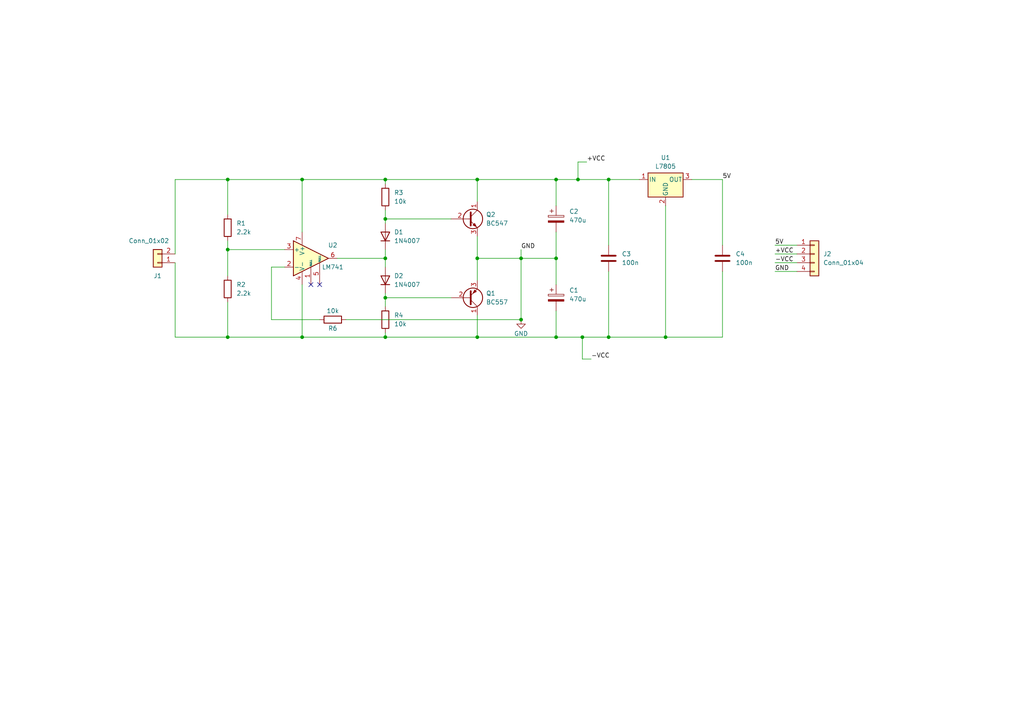
<source format=kicad_sch>
(kicad_sch (version 20231120) (generator "eeschema") (generator_version "8.0")
  (paper "A4")
  (lib_symbols
    (symbol "Amplifier_Operational:LM741" (pin_names (offset 0.127))
      (property "Reference" "U" (at 0 6.35 0))
      (property "Value" "LM741" (at 0 3.81 0))
      (symbol "LM741_0_1"
        (polyline (pts (xy -5.08 5.08) (xy 5.08 0) (xy -5.08 -5.08) (xy -5.08 5.08)) (stroke (width 0.254)) (fill (type background)))
      )
      (symbol "LM741_1_1"
        (pin input line (at 0 -7.62 90) (length 5.08) (name "NULL") (number "1"))
        (pin input line (at -7.62 -2.54 0) (length 2.54) (name "-") (number "2"))
        (pin input line (at -7.62 2.54 0) (length 2.54) (name "+") (number "3"))
        (pin power_in line (at -2.54 -7.62 90) (length 3.81) (name "V-") (number "4"))
        (pin input line (at 2.54 -7.62 90) (length 6.35) (name "NULL") (number "5"))
        (pin output line (at 7.62 0 180) (length 2.54) (name "~") (number "6"))
        (pin power_in line (at -2.54 7.62 270) (length 3.81) (name "V+") (number "7"))
        (pin no_connect line (at 0 2.54 270) (length 2.54) hide (name "NC") (number "8"))
      )
    )
    (symbol "Connector_Generic:Conn_01x02" (pin_names (offset 1.016) hide)
      (property "Reference" "J" (at 0 2.54 0))
      (property "Value" "Conn_01x02" (at 0 -5.08 0))
      (symbol "Conn_01x02_1_1"
        (rectangle (start -1.27 -2.413) (end 0 -2.667) (stroke (width 0.1524)))
        (rectangle (start -1.27 0.127) (end 0 -0.127) (stroke (width 0.1524)))
        (rectangle (start -1.27 1.27) (end 1.27 -3.81) (stroke (width 0.254)) (fill (type background)))
        (pin passive line (at -5.08 0 0) (length 3.81) (name "Pin_1") (number "1"))
        (pin passive line (at -5.08 -2.54 0) (length 3.81) (name "Pin_2") (number "2"))
      )
    )
    (symbol "Connector_Generic:Conn_01x04" (pin_names (offset 1.016) hide)
      (property "Reference" "J" (at 0 5.08 0))
      (property "Value" "Conn_01x04" (at 0 -7.62 0))
      (symbol "Conn_01x04_1_1"
        (rectangle (start -1.27 -4.953) (end 0 -5.207) (stroke (width 0.1524)))
        (rectangle (start -1.27 -2.413) (end 0 -2.667) (stroke (width 0.1524)))
        (rectangle (start -1.27 0.127) (end 0 -0.127) (stroke (width 0.1524)))
        (rectangle (start -1.27 2.667) (end 0 2.413) (stroke (width 0.1524)))
        (rectangle (start -1.27 3.81) (end 1.27 -6.35) (stroke (width 0.254)) (fill (type background)))
        (pin passive line (at -5.08 2.54 0) (length 3.81) (name "Pin_1") (number "1"))
        (pin passive line (at -5.08 0 0) (length 3.81) (name "Pin_2") (number "2"))
        (pin passive line (at -5.08 -2.54 0) (length 3.81) (name "Pin_3") (number "3"))
        (pin passive line (at -5.08 -5.08 0) (length 3.81) (name "Pin_4") (number "4"))
      )
    )
    (symbol "Device:C" (pin_numbers hide) (pin_names (offset 0.254))
      (property "Reference" "C" (at 0.635 2.54 0))
      (property "Value" "C" (at 0.635 -2.54 0))
      (symbol "C_0_1"
        (polyline (pts (xy -2.032 -0.762) (xy 2.032 -0.762)) (stroke (width 0.508)))
        (polyline (pts (xy -2.032 0.762) (xy 2.032 0.762)) (stroke (width 0.508)))
      )
      (symbol "C_1_1"
        (pin passive line (at 0 3.81 270) (length 2.794) (name "~") (number "1"))
        (pin passive line (at 0 -3.81 90) (length 2.794) (name "~") (number "2"))
      )
    )
    (symbol "Device:C_Polarized" (pin_numbers hide) (pin_names (offset 0.254))
      (property "Reference" "C" (at 0.635 2.54 0))
      (property "Value" "C_Polarized" (at 0.635 -2.54 0))
      (symbol "C_Polarized_0_1"
        (rectangle (start -2.286 0.508) (end 2.286 1.016))
        (polyline (pts (xy -1.778 2.286) (xy -0.762 2.286)))
        (polyline (pts (xy -1.27 2.794) (xy -1.27 1.778)))
        (rectangle (start 2.286 -0.508) (end -2.286 -1.016) (fill (type outline)))
      )
      (symbol "C_Polarized_1_1"
        (pin passive line (at 0 3.81 270) (length 2.794) (name "~") (number "1"))
        (pin passive line (at 0 -3.81 90) (length 2.794) (name "~") (number "2"))
      )
    )
    (symbol "Device:R" (pin_numbers hide) (pin_names (offset 0))
      (property "Reference" "R" (at 2.032 0 90))
      (property "Value" "R" (at 0 0 90))
      (symbol "R_0_1"
        (rectangle (start -1.016 -2.54) (end 1.016 2.54) (stroke (width 0.254)))
      )
      (symbol "R_1_1"
        (pin passive line (at 0 3.81 270) (length 1.27) (name "~") (number "1"))
        (pin passive line (at 0 -3.81 90) (length 1.27) (name "~") (number "2"))
      )
    )
    (symbol "Diode:1N4007" (pin_numbers hide) (pin_names hide)
      (property "Reference" "D" (at 0 2.54 0))
      (property "Value" "1N4007" (at 0 -2.54 0))
      (symbol "1N4007_0_1"
        (polyline (pts (xy -1.27 1.27) (xy -1.27 -1.27)) (stroke (width 0.254)))
        (polyline (pts (xy 1.27 0) (xy -1.27 0)))
        (polyline (pts (xy 1.27 1.27) (xy 1.27 -1.27) (xy -1.27 0) (xy 1.27 1.27)) (stroke (width 0.254)))
      )
      (symbol "1N4007_1_1"
        (pin passive line (at -3.81 0 0) (length 2.54) (name "K") (number "1"))
        (pin passive line (at 3.81 0 180) (length 2.54) (name "A") (number "2"))
      )
    )
    (symbol "Regulator_Linear:L7805" (pin_names (offset 0.254))
      (property "Reference" "U" (at -3.81 3.175 0))
      (property "Value" "L7805" (at 0 3.175 0))
      (symbol "L7805_0_1"
        (rectangle (start -5.08 1.905) (end 5.08 -5.08) (stroke (width 0.254)) (fill (type background)))
      )
      (symbol "L7805_1_1"
        (pin power_in line (at -7.62 0 0) (length 2.54) (name "IN") (number "1"))
        (pin power_in line (at 0 -7.62 90) (length 2.54) (name "GND") (number "2"))
        (pin power_out line (at 7.62 0 180) (length 2.54) (name "OUT") (number "3"))
      )
    )
    (symbol "Transistor_BJT:BC547" (pin_names (offset 0) hide)
      (property "Reference" "Q" (at 5.08 1.905 0))
      (property "Value" "BC547" (at 5.08 0 0))
      (symbol "BC547_0_1"
        (polyline (pts (xy 0 0) (xy 0.635 0)))
        (polyline (pts (xy 0.635 0.635) (xy 2.54 2.54)))
        (polyline (pts (xy 0.635 -0.635) (xy 2.54 -2.54) (xy 2.54 -2.54)))
        (polyline (pts (xy 0.635 1.905) (xy 0.635 -1.905) (xy 0.635 -1.905)) (stroke (width 0.508)))
        (polyline (pts (xy 1.27 -1.778) (xy 1.778 -1.27) (xy 2.286 -2.286) (xy 1.27 -1.778) (xy 1.27 -1.778)) (fill (type outline)))
        (circle (center 1.27 0) (radius 2.8194) (stroke (width 0.254)))
      )
      (symbol "BC547_1_1"
        (pin passive line (at 2.54 5.08 270) (length 2.54) (name "C") (number "1"))
        (pin input line (at -5.08 0 0) (length 5.08) (name "B") (number "2"))
        (pin passive line (at 2.54 -5.08 90) (length 2.54) (name "E") (number "3"))
      )
    )
    (symbol "Transistor_BJT:BC557" (pin_names (offset 0) hide)
      (property "Reference" "Q" (at 5.08 1.905 0))
      (property "Value" "BC557" (at 5.08 0 0))
      (symbol "BC557_0_1"
        (polyline (pts (xy 0.635 0.635) (xy 2.54 2.54)))
        (polyline (pts (xy 0.635 -0.635) (xy 2.54 -2.54) (xy 2.54 -2.54)))
        (polyline (pts (xy 0.635 1.905) (xy 0.635 -1.905) (xy 0.635 -1.905)) (stroke (width 0.508)))
        (polyline (pts (xy 2.286 -1.778) (xy 1.778 -2.286) (xy 1.27 -1.27) (xy 2.286 -1.778) (xy 2.286 -1.778)) (fill (type outline)))
        (circle (center 1.27 0) (radius 2.8194) (stroke (width 0.254)))
      )
      (symbol "BC557_1_1"
        (pin passive line (at 2.54 5.08 270) (length 2.54) (name "C") (number "1"))
        (pin input line (at -5.08 0 0) (length 5.715) (name "B") (number "2"))
        (pin passive line (at 2.54 -5.08 90) (length 2.54) (name "E") (number "3"))
      )
    )
    (symbol "power:GND" (power) (pin_numbers hide) (pin_names (offset 0) hide)
      (property "Value" "GND" (at 0 -3.81 0))
      (symbol "GND_0_1"
        (polyline (pts (xy 0 0) (xy 0 -1.27) (xy 1.27 -1.27) (xy 0 -2.54) (xy -1.27 -1.27) (xy 0 -1.27)))
      )
      (symbol "GND_1_1"
        (pin power_in line (at 0 0 270) (length 0) (name "~") (number "1"))
      )
    )
  )
  (junction (at 66.04 52.07))
  (junction (at 161.29 74.93))
  (junction (at 168.91 97.79))
  (junction (at 161.29 52.07))
  (junction (at 111.76 74.93))
  (junction (at 111.76 97.79))
  (junction (at 66.04 97.79))
  (junction (at 167.64 52.07))
  (junction (at 111.76 63.5))
  (junction (at 87.63 52.07))
  (junction (at 87.63 97.79))
  (junction (at 111.76 86.36))
  (junction (at 151.13 74.93))
  (junction (at 138.43 52.07))
  (junction (at 193.04 97.79))
  (junction (at 176.53 52.07))
  (junction (at 66.04 72.39))
  (junction (at 151.13 92.71))
  (junction (at 176.53 97.79))
  (junction (at 161.29 97.79))
  (junction (at 138.43 74.93))
  (junction (at 111.76 52.07))
  (junction (at 138.43 97.79))
  (no_connect (at 92.71 82.55))
  (no_connect (at 90.17 82.55))
  (wire (pts (xy 78.74 92.71) (xy 92.71 92.71)))
  (wire (pts (xy 66.04 69.85) (xy 66.04 72.39)))
  (wire (pts (xy 111.76 52.07) (xy 111.76 53.34)))
  (wire (pts (xy 100.33 92.71) (xy 151.13 92.71)))
  (wire (pts (xy 170.18 46.99) (xy 167.64 46.99)))
  (wire (pts (xy 111.76 74.93) (xy 111.76 77.47)))
  (wire (pts (xy 171.45 104.14) (xy 168.91 104.14)))
  (wire (pts (xy 167.64 46.99) (xy 167.64 52.07)))
  (wire (pts (xy 87.63 52.07) (xy 87.63 67.31)))
  (wire (pts (xy 66.04 72.39) (xy 82.55 72.39)))
  (wire (pts (xy 82.55 77.47) (xy 78.74 77.47)))
  (wire (pts (xy 138.43 74.93) (xy 151.13 74.93)))
  (wire (pts (xy 87.63 52.07) (xy 111.76 52.07)))
  (wire (pts (xy 138.43 91.44) (xy 138.43 97.79)))
  (wire (pts (xy 78.74 77.47) (xy 78.74 92.71)))
  (wire (pts (xy 167.64 52.07) (xy 176.53 52.07)))
  (wire (pts (xy 176.53 78.74) (xy 176.53 97.79)))
  (wire (pts (xy 138.43 97.79) (xy 161.29 97.79)))
  (wire (pts (xy 176.53 97.79) (xy 193.04 97.79)))
  (wire (pts (xy 50.8 97.79) (xy 66.04 97.79)))
  (wire (pts (xy 50.8 52.07) (xy 66.04 52.07)))
  (wire (pts (xy 176.53 52.07) (xy 176.53 71.12)))
  (wire (pts (xy 161.29 52.07) (xy 161.29 59.69)))
  (wire (pts (xy 111.76 60.96) (xy 111.76 63.5)))
  (wire (pts (xy 111.76 52.07) (xy 138.43 52.07)))
  (wire (pts (xy 111.76 63.5) (xy 111.76 64.77)))
  (wire (pts (xy 138.43 52.07) (xy 138.43 58.42)))
  (wire (pts (xy 168.91 104.14) (xy 168.91 97.79)))
  (wire (pts (xy 87.63 82.55) (xy 87.63 97.79)))
  (wire (pts (xy 209.55 78.74) (xy 209.55 97.79)))
  (wire (pts (xy 161.29 97.79) (xy 168.91 97.79)))
  (wire (pts (xy 168.91 97.79) (xy 176.53 97.79)))
  (wire (pts (xy 111.76 97.79) (xy 138.43 97.79)))
  (wire (pts (xy 176.53 52.07) (xy 185.42 52.07)))
  (wire (pts (xy 200.66 52.07) (xy 209.55 52.07)))
  (wire (pts (xy 66.04 52.07) (xy 66.04 62.23)))
  (wire (pts (xy 111.76 63.5) (xy 130.81 63.5)))
  (wire (pts (xy 50.8 97.79) (xy 50.8 76.2)))
  (wire (pts (xy 50.8 73.66) (xy 50.8 52.07)))
  (wire (pts (xy 111.76 96.52) (xy 111.76 97.79)))
  (wire (pts (xy 193.04 97.79) (xy 209.55 97.79)))
  (wire (pts (xy 161.29 67.31) (xy 161.29 74.93)))
  (wire (pts (xy 111.76 86.36) (xy 111.76 88.9)))
  (wire (pts (xy 138.43 68.58) (xy 138.43 74.93)))
  (wire (pts (xy 87.63 97.79) (xy 111.76 97.79)))
  (wire (pts (xy 97.79 74.93) (xy 111.76 74.93)))
  (wire (pts (xy 224.79 71.12) (xy 231.14 71.12)))
  (wire (pts (xy 138.43 74.93) (xy 138.43 81.28)))
  (wire (pts (xy 111.76 72.39) (xy 111.76 74.93)))
  (wire (pts (xy 161.29 74.93) (xy 161.29 82.55)))
  (wire (pts (xy 66.04 52.07) (xy 87.63 52.07)))
  (wire (pts (xy 138.43 52.07) (xy 161.29 52.07)))
  (wire (pts (xy 224.79 73.66) (xy 231.14 73.66)))
  (wire (pts (xy 209.55 52.07) (xy 209.55 71.12)))
  (wire (pts (xy 111.76 85.09) (xy 111.76 86.36)))
  (wire (pts (xy 224.79 76.2) (xy 231.14 76.2)))
  (wire (pts (xy 161.29 52.07) (xy 167.64 52.07)))
  (wire (pts (xy 151.13 74.93) (xy 161.29 74.93)))
  (wire (pts (xy 66.04 87.63) (xy 66.04 97.79)))
  (wire (pts (xy 66.04 72.39) (xy 66.04 80.01)))
  (wire (pts (xy 66.04 97.79) (xy 87.63 97.79)))
  (wire (pts (xy 151.13 92.71) (xy 151.13 74.93)))
  (wire (pts (xy 161.29 90.17) (xy 161.29 97.79)))
  (wire (pts (xy 193.04 59.69) (xy 193.04 97.79)))
  (wire (pts (xy 151.13 72.39) (xy 151.13 74.93)))
  (wire (pts (xy 111.76 86.36) (xy 130.81 86.36)))
  (wire (pts (xy 224.79 78.74) (xy 231.14 78.74)))
  (label "+VCC" (at 224.79 73.66 0))
  (label "5V" (at 224.79 71.12 0))
  (label "GND" (at 151.13 72.39 0))
  (label "-VCC" (at 171.45 104.14 0))
  (label "GND" (at 224.79 78.74 0))
  (label "-VCC" (at 224.79 76.2 0))
  (label "+VCC" (at 170.18 46.99 0))
  (label "5V" (at 209.55 52.07 0))
  (symbol (lib_id "Regulator_Linear:L7805") (at 193.04 52.07 0) (unit 1)
    (property "Reference" "U1" (at 193.04 45.72 0))
    (property "Value" "L7805" (at 193.04 48.26 0))
    (property "Footprint" "Footprints:L7805ACD2T" (effects (hide yes)))
    (property "Datasheet" "http://www.st.com/content/ccc/resource/technical/document/datasheet/41/4f/b3/b0/12/d4/47/88/CD00000444.pdf/files/CD00000444.pdf/jcr:content/translations/en.CD00000444.pdf" (effects (hide yes)))
    (property "Description" "Positive 1.5A 35V Linear Regulator, Fixed Output 5V, TO-220/TO-263/TO-252" (effects (hide yes)))
  )
  (symbol (lib_id "Connector_Generic:Conn_01x02") (at 45.72 76.2 180) (unit 1)
    (property "Reference" "J1" (at 45.72 80.01 0))
    (property "Value" "Conn_01x02" (at 43.18 69.85 0))
    (property "Footprint" "Connector_Molex:Molex_KK-254_AE-6410-02A_1x02_P2.54mm_Vertical" (effects (hide yes)))
  )
  (symbol (lib_id "Device:C") (at 209.55 74.93 0) (unit 1)
    (property "Reference" "C4" (at 213.36 73.6599 0) (effects (justify left)))
    (property "Value" "100n" (at 213.36 76.1999 0) (effects (justify left)))
    (property "Footprint" "Capacitor_THT:C_Disc_D6.0mm_W2.5mm_P5.00mm" (effects (hide yes)))
  )
  (symbol (lib_id "Device:R") (at 66.04 66.04 0) (unit 1)
    (property "Reference" "R1" (at 68.58 64.77 0) (effects (justify left)))
    (property "Value" "2.2k" (at 68.58 67.31 0) (effects (justify left)))
    (property "Footprint" "Resistor_THT:R_Axial_DIN0207_L6.3mm_D2.5mm_P10.16mm_Horizontal" (effects (hide yes)))
  )
  (symbol (lib_id "Diode:1N4007") (at 111.76 81.28 90) (unit 1)
    (property "Reference" "D2" (at 114.3 80.01 90) (effects (justify right)))
    (property "Value" "1N4007" (at 114.3 82.55 90) (effects (justify right)))
    (property "Footprint" "Diode_THT:D_DO-41_SOD81_P10.16mm_Horizontal" (effects (hide yes)))
    (property "Datasheet" "http://www.vishay.com/docs/88503/1n4001.pdf" (effects (hide yes)))
    (property "Sim.Device" "D" (effects (hide yes)))
    (property "Sim.Pins" "1=K 2=A" (effects (hide yes)))
  )
  (symbol (lib_id "Transistor_BJT:BC557") (at 135.89 86.36 0) (mirror x) (unit 1)
    (property "Reference" "Q1" (at 140.97 85.09 0) (effects (justify left)))
    (property "Value" "BC557" (at 140.97 87.63 0) (effects (justify left)))
    (property "Footprint" "Package_TO_SOT_THT:TO-92_Inline" (effects (hide yes)))
    (property "Datasheet" "https://www.onsemi.com/pub/Collateral/BC556BTA-D.pdf" (effects (hide yes)))
  )
  (symbol (lib_id "Amplifier_Operational:LM741") (at 90.17 74.93 0) (unit 1)
    (property "Reference" "U2" (at 96.52 71.12 0))
    (property "Value" "LM741" (at 96.52 77.47 0))
    (property "Footprint" "Footprints:LM741" (effects (hide yes)))
    (property "Datasheet" "http://www.ti.com/lit/ds/symlink/lm741.pdf" (effects (hide yes)))
  )
  (symbol (lib_id "Device:C") (at 176.53 74.93 0) (unit 1)
    (property "Reference" "C3" (at 180.34 73.6599 0) (effects (justify left)))
    (property "Value" "100n" (at 180.34 76.1999 0) (effects (justify left)))
    (property "Footprint" "Capacitor_THT:C_Disc_D6.0mm_W2.5mm_P5.00mm" (effects (hide yes)))
  )
  (symbol (lib_id "Device:R") (at 96.52 92.71 90) (unit 1)
    (property "Reference" "R6" (at 96.52 95.25 90))
    (property "Value" "10k" (at 96.52 90.17 90))
    (property "Footprint" "Resistor_THT:R_Axial_DIN0207_L6.3mm_D2.5mm_P10.16mm_Horizontal" (effects (hide yes)))
  )
  (symbol (lib_id "Device:C_Polarized") (at 161.29 63.5 0) (unit 1)
    (property "Reference" "C2" (at 165.1 61.3409 0) (effects (justify left)))
    (property "Value" "470u" (at 165.1 63.8809 0) (effects (justify left)))
    (property "Footprint" "Capacitor_THT:CP_Radial_D10.0mm_P5.00mm" (effects (hide yes)))
    (property "Description" "Polarized capacitor" (effects (hide yes)))
  )
  (symbol (lib_id "Device:R") (at 66.04 83.82 0) (unit 1)
    (property "Reference" "R2" (at 68.58 82.55 0) (effects (justify left)))
    (property "Value" "2.2k" (at 68.58 85.09 0) (effects (justify left)))
    (property "Footprint" "Resistor_THT:R_Axial_DIN0207_L6.3mm_D2.5mm_P10.16mm_Horizontal" (effects (hide yes)))
  )
  (symbol (lib_id "Transistor_BJT:BC547") (at 135.89 63.5 0) (unit 1)
    (property "Reference" "Q2" (at 140.97 62.23 0) (effects (justify left)))
    (property "Value" "BC547" (at 140.97 64.77 0) (effects (justify left)))
    (property "Footprint" "Package_TO_SOT_THT:TO-92_Inline" (effects (hide yes)))
    (property "Datasheet" "https://www.onsemi.com/pub/Collateral/BC550-D.pdf" (effects (hide yes)))
  )
  (symbol (lib_id "Device:R") (at 111.76 57.15 0) (unit 1)
    (property "Reference" "R3" (at 114.3 55.88 0) (effects (justify left)))
    (property "Value" "10k" (at 114.3 58.42 0) (effects (justify left)))
    (property "Footprint" "Resistor_THT:R_Axial_DIN0207_L6.3mm_D2.5mm_P10.16mm_Horizontal" (effects (hide yes)))
  )
  (symbol (lib_id "Device:R") (at 111.76 92.71 0) (unit 1)
    (property "Reference" "R4" (at 114.3 91.44 0) (effects (justify left)))
    (property "Value" "10k" (at 114.3 93.98 0) (effects (justify left)))
    (property "Footprint" "Resistor_THT:R_Axial_DIN0207_L6.3mm_D2.5mm_P10.16mm_Horizontal" (effects (hide yes)))
  )
  (symbol (lib_id "Device:C_Polarized") (at 161.29 86.36 0) (unit 1)
    (property "Reference" "C1" (at 165.1 84.2009 0) (effects (justify left)))
    (property "Value" "470u" (at 165.1 86.7409 0) (effects (justify left)))
    (property "Footprint" "Capacitor_THT:CP_Radial_D10.0mm_P5.00mm" (effects (hide yes)))
    (property "Description" "Polarized capacitor" (effects (hide yes)))
  )
  (symbol (lib_id "power:GND") (at 151.13 92.71 0) (unit 1)
    (property "Reference" "#PWR01" (effects (hide yes)))
    (property "Value" "GND" (at 151.13 96.774 0))
    (property "Description" "Power symbol creates a global label with name \"GND\" , ground" (effects (hide yes)))
  )
  (symbol (lib_id "Diode:1N4007") (at 111.76 68.58 90) (unit 1)
    (property "Reference" "D1" (at 114.3 67.31 90) (effects (justify right)))
    (property "Value" "1N4007" (at 114.3 69.85 90) (effects (justify right)))
    (property "Footprint" "Diode_THT:D_DO-41_SOD81_P10.16mm_Horizontal" (effects (hide yes)))
    (property "Datasheet" "http://www.vishay.com/docs/88503/1n4001.pdf" (effects (hide yes)))
    (property "Sim.Device" "D" (effects (hide yes)))
    (property "Sim.Pins" "1=K 2=A" (effects (hide yes)))
  )
  (symbol (lib_id "Connector_Generic:Conn_01x04") (at 236.22 73.66 0) (unit 1)
    (property "Reference" "J2" (at 238.76 73.6599 0) (effects (justify left)))
    (property "Value" "Conn_01x04" (at 238.76 76.1999 0) (effects (justify left)))
    (property "Footprint" "Connector_Molex:Molex_KK-254_AE-6410-04A_1x04_P2.54mm_Vertical" (effects (hide yes)))
    (property "Description" "Generic connector, single row, 01x04, script generated (kicad-library-utils/schlib/autogen/connector/)" (effects (hide yes)))
  )
)
</source>
